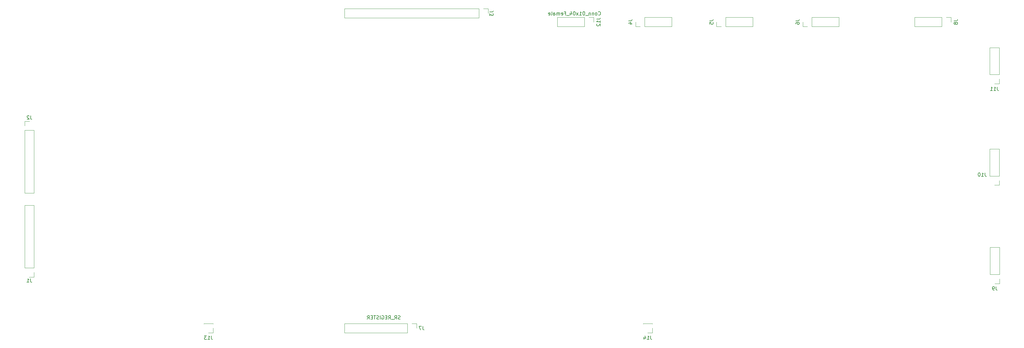
<source format=gbr>
G04 #@! TF.GenerationSoftware,KiCad,Pcbnew,(6.0.4-0)*
G04 #@! TF.CreationDate,2022-10-26T12:13:46+11:00*
G04 #@! TF.ProjectId,front panel 9602,66726f6e-7420-4706-916e-656c20393630,rev?*
G04 #@! TF.SameCoordinates,Original*
G04 #@! TF.FileFunction,Legend,Bot*
G04 #@! TF.FilePolarity,Positive*
%FSLAX46Y46*%
G04 Gerber Fmt 4.6, Leading zero omitted, Abs format (unit mm)*
G04 Created by KiCad (PCBNEW (6.0.4-0)) date 2022-10-26 12:13:46*
%MOMM*%
%LPD*%
G01*
G04 APERTURE LIST*
%ADD10C,0.150000*%
%ADD11C,0.120000*%
G04 APERTURE END LIST*
D10*
X52533333Y-123362380D02*
X52533333Y-124076666D01*
X52580952Y-124219523D01*
X52676190Y-124314761D01*
X52819047Y-124362380D01*
X52914285Y-124362380D01*
X51533333Y-124362380D02*
X52104761Y-124362380D01*
X51819047Y-124362380D02*
X51819047Y-123362380D01*
X51914285Y-123505238D01*
X52009523Y-123600476D01*
X52104761Y-123648095D01*
X52562133Y-77046380D02*
X52562133Y-77760666D01*
X52609752Y-77903523D01*
X52704990Y-77998761D01*
X52847847Y-78046380D01*
X52943085Y-78046380D01*
X52133561Y-77141619D02*
X52085942Y-77094000D01*
X51990704Y-77046380D01*
X51752609Y-77046380D01*
X51657371Y-77094000D01*
X51609752Y-77141619D01*
X51562133Y-77236857D01*
X51562133Y-77332095D01*
X51609752Y-77474952D01*
X52181180Y-78046380D01*
X51562133Y-78046380D01*
X182992380Y-47586666D02*
X183706666Y-47586666D01*
X183849523Y-47539047D01*
X183944761Y-47443809D01*
X183992380Y-47300952D01*
X183992380Y-47205714D01*
X182992380Y-47967619D02*
X182992380Y-48586666D01*
X183373333Y-48253333D01*
X183373333Y-48396190D01*
X183420952Y-48491428D01*
X183468571Y-48539047D01*
X183563809Y-48586666D01*
X183801904Y-48586666D01*
X183897142Y-48539047D01*
X183944761Y-48491428D01*
X183992380Y-48396190D01*
X183992380Y-48110476D01*
X183944761Y-48015238D01*
X183897142Y-47967619D01*
X222462380Y-50066666D02*
X223176666Y-50066666D01*
X223319523Y-50019047D01*
X223414761Y-49923809D01*
X223462380Y-49780952D01*
X223462380Y-49685714D01*
X222795714Y-50971428D02*
X223462380Y-50971428D01*
X222414761Y-50733333D02*
X223129047Y-50495238D01*
X223129047Y-51114285D01*
X245462380Y-50066666D02*
X246176666Y-50066666D01*
X246319523Y-50019047D01*
X246414761Y-49923809D01*
X246462380Y-49780952D01*
X246462380Y-49685714D01*
X245462380Y-51019047D02*
X245462380Y-50542857D01*
X245938571Y-50495238D01*
X245890952Y-50542857D01*
X245843333Y-50638095D01*
X245843333Y-50876190D01*
X245890952Y-50971428D01*
X245938571Y-51019047D01*
X246033809Y-51066666D01*
X246271904Y-51066666D01*
X246367142Y-51019047D01*
X246414761Y-50971428D01*
X246462380Y-50876190D01*
X246462380Y-50638095D01*
X246414761Y-50542857D01*
X246367142Y-50495238D01*
X269962380Y-50066666D02*
X270676666Y-50066666D01*
X270819523Y-50019047D01*
X270914761Y-49923809D01*
X270962380Y-49780952D01*
X270962380Y-49685714D01*
X269962380Y-50971428D02*
X269962380Y-50780952D01*
X270010000Y-50685714D01*
X270057619Y-50638095D01*
X270200476Y-50542857D01*
X270390952Y-50495238D01*
X270771904Y-50495238D01*
X270867142Y-50542857D01*
X270914761Y-50590476D01*
X270962380Y-50685714D01*
X270962380Y-50876190D01*
X270914761Y-50971428D01*
X270867142Y-51019047D01*
X270771904Y-51066666D01*
X270533809Y-51066666D01*
X270438571Y-51019047D01*
X270390952Y-50971428D01*
X270343333Y-50876190D01*
X270343333Y-50685714D01*
X270390952Y-50590476D01*
X270438571Y-50542857D01*
X270533809Y-50495238D01*
X164003333Y-136852380D02*
X164003333Y-137566666D01*
X164050952Y-137709523D01*
X164146190Y-137804761D01*
X164289047Y-137852380D01*
X164384285Y-137852380D01*
X163622380Y-136852380D02*
X162955714Y-136852380D01*
X163384285Y-137852380D01*
X157566666Y-134804761D02*
X157423809Y-134852380D01*
X157185714Y-134852380D01*
X157090476Y-134804761D01*
X157042857Y-134757142D01*
X156995238Y-134661904D01*
X156995238Y-134566666D01*
X157042857Y-134471428D01*
X157090476Y-134423809D01*
X157185714Y-134376190D01*
X157376190Y-134328571D01*
X157471428Y-134280952D01*
X157519047Y-134233333D01*
X157566666Y-134138095D01*
X157566666Y-134042857D01*
X157519047Y-133947619D01*
X157471428Y-133900000D01*
X157376190Y-133852380D01*
X157138095Y-133852380D01*
X156995238Y-133900000D01*
X155995238Y-134852380D02*
X156328571Y-134376190D01*
X156566666Y-134852380D02*
X156566666Y-133852380D01*
X156185714Y-133852380D01*
X156090476Y-133900000D01*
X156042857Y-133947619D01*
X155995238Y-134042857D01*
X155995238Y-134185714D01*
X156042857Y-134280952D01*
X156090476Y-134328571D01*
X156185714Y-134376190D01*
X156566666Y-134376190D01*
X155804761Y-134947619D02*
X155042857Y-134947619D01*
X154233333Y-134852380D02*
X154566666Y-134376190D01*
X154804761Y-134852380D02*
X154804761Y-133852380D01*
X154423809Y-133852380D01*
X154328571Y-133900000D01*
X154280952Y-133947619D01*
X154233333Y-134042857D01*
X154233333Y-134185714D01*
X154280952Y-134280952D01*
X154328571Y-134328571D01*
X154423809Y-134376190D01*
X154804761Y-134376190D01*
X153804761Y-134328571D02*
X153471428Y-134328571D01*
X153328571Y-134852380D02*
X153804761Y-134852380D01*
X153804761Y-133852380D01*
X153328571Y-133852380D01*
X152376190Y-133900000D02*
X152471428Y-133852380D01*
X152614285Y-133852380D01*
X152757142Y-133900000D01*
X152852380Y-133995238D01*
X152900000Y-134090476D01*
X152947619Y-134280952D01*
X152947619Y-134423809D01*
X152900000Y-134614285D01*
X152852380Y-134709523D01*
X152757142Y-134804761D01*
X152614285Y-134852380D01*
X152519047Y-134852380D01*
X152376190Y-134804761D01*
X152328571Y-134757142D01*
X152328571Y-134423809D01*
X152519047Y-134423809D01*
X151900000Y-134852380D02*
X151900000Y-133852380D01*
X151471428Y-134804761D02*
X151328571Y-134852380D01*
X151090476Y-134852380D01*
X150995238Y-134804761D01*
X150947619Y-134757142D01*
X150900000Y-134661904D01*
X150900000Y-134566666D01*
X150947619Y-134471428D01*
X150995238Y-134423809D01*
X151090476Y-134376190D01*
X151280952Y-134328571D01*
X151376190Y-134280952D01*
X151423809Y-134233333D01*
X151471428Y-134138095D01*
X151471428Y-134042857D01*
X151423809Y-133947619D01*
X151376190Y-133900000D01*
X151280952Y-133852380D01*
X151042857Y-133852380D01*
X150900000Y-133900000D01*
X150614285Y-133852380D02*
X150042857Y-133852380D01*
X150328571Y-134852380D02*
X150328571Y-133852380D01*
X149709523Y-134328571D02*
X149376190Y-134328571D01*
X149233333Y-134852380D02*
X149709523Y-134852380D01*
X149709523Y-133852380D01*
X149233333Y-133852380D01*
X148233333Y-134852380D02*
X148566666Y-134376190D01*
X148804761Y-134852380D02*
X148804761Y-133852380D01*
X148423809Y-133852380D01*
X148328571Y-133900000D01*
X148280952Y-133947619D01*
X148233333Y-134042857D01*
X148233333Y-134185714D01*
X148280952Y-134280952D01*
X148328571Y-134328571D01*
X148423809Y-134376190D01*
X148804761Y-134376190D01*
X314922380Y-50066666D02*
X315636666Y-50066666D01*
X315779523Y-50019047D01*
X315874761Y-49923809D01*
X315922380Y-49780952D01*
X315922380Y-49685714D01*
X315350952Y-50685714D02*
X315303333Y-50590476D01*
X315255714Y-50542857D01*
X315160476Y-50495238D01*
X315112857Y-50495238D01*
X315017619Y-50542857D01*
X314970000Y-50590476D01*
X314922380Y-50685714D01*
X314922380Y-50876190D01*
X314970000Y-50971428D01*
X315017619Y-51019047D01*
X315112857Y-51066666D01*
X315160476Y-51066666D01*
X315255714Y-51019047D01*
X315303333Y-50971428D01*
X315350952Y-50876190D01*
X315350952Y-50685714D01*
X315398571Y-50590476D01*
X315446190Y-50542857D01*
X315541428Y-50495238D01*
X315731904Y-50495238D01*
X315827142Y-50542857D01*
X315874761Y-50590476D01*
X315922380Y-50685714D01*
X315922380Y-50876190D01*
X315874761Y-50971428D01*
X315827142Y-51019047D01*
X315731904Y-51066666D01*
X315541428Y-51066666D01*
X315446190Y-51019047D01*
X315398571Y-50971428D01*
X315350952Y-50876190D01*
X326833333Y-125622380D02*
X326833333Y-126336666D01*
X326880952Y-126479523D01*
X326976190Y-126574761D01*
X327119047Y-126622380D01*
X327214285Y-126622380D01*
X326309523Y-126622380D02*
X326119047Y-126622380D01*
X326023809Y-126574761D01*
X325976190Y-126527142D01*
X325880952Y-126384285D01*
X325833333Y-126193809D01*
X325833333Y-125812857D01*
X325880952Y-125717619D01*
X325928571Y-125670000D01*
X326023809Y-125622380D01*
X326214285Y-125622380D01*
X326309523Y-125670000D01*
X326357142Y-125717619D01*
X326404761Y-125812857D01*
X326404761Y-126050952D01*
X326357142Y-126146190D01*
X326309523Y-126193809D01*
X326214285Y-126241428D01*
X326023809Y-126241428D01*
X325928571Y-126193809D01*
X325880952Y-126146190D01*
X325833333Y-126050952D01*
X323709523Y-93252380D02*
X323709523Y-93966666D01*
X323757142Y-94109523D01*
X323852380Y-94204761D01*
X323995238Y-94252380D01*
X324090476Y-94252380D01*
X322709523Y-94252380D02*
X323280952Y-94252380D01*
X322995238Y-94252380D02*
X322995238Y-93252380D01*
X323090476Y-93395238D01*
X323185714Y-93490476D01*
X323280952Y-93538095D01*
X322090476Y-93252380D02*
X321995238Y-93252380D01*
X321900000Y-93300000D01*
X321852380Y-93347619D01*
X321804761Y-93442857D01*
X321757142Y-93633333D01*
X321757142Y-93871428D01*
X321804761Y-94061904D01*
X321852380Y-94157142D01*
X321900000Y-94204761D01*
X321995238Y-94252380D01*
X322090476Y-94252380D01*
X322185714Y-94204761D01*
X322233333Y-94157142D01*
X322280952Y-94061904D01*
X322328571Y-93871428D01*
X322328571Y-93633333D01*
X322280952Y-93442857D01*
X322233333Y-93347619D01*
X322185714Y-93300000D01*
X322090476Y-93252380D01*
X327209523Y-68862380D02*
X327209523Y-69576666D01*
X327257142Y-69719523D01*
X327352380Y-69814761D01*
X327495238Y-69862380D01*
X327590476Y-69862380D01*
X326209523Y-69862380D02*
X326780952Y-69862380D01*
X326495238Y-69862380D02*
X326495238Y-68862380D01*
X326590476Y-69005238D01*
X326685714Y-69100476D01*
X326780952Y-69148095D01*
X325257142Y-69862380D02*
X325828571Y-69862380D01*
X325542857Y-69862380D02*
X325542857Y-68862380D01*
X325638095Y-69005238D01*
X325733333Y-69100476D01*
X325828571Y-69148095D01*
X213422380Y-49590476D02*
X214136666Y-49590476D01*
X214279523Y-49542857D01*
X214374761Y-49447619D01*
X214422380Y-49304761D01*
X214422380Y-49209523D01*
X214422380Y-50590476D02*
X214422380Y-50019047D01*
X214422380Y-50304761D02*
X213422380Y-50304761D01*
X213565238Y-50209523D01*
X213660476Y-50114285D01*
X213708095Y-50019047D01*
X213517619Y-50971428D02*
X213470000Y-51019047D01*
X213422380Y-51114285D01*
X213422380Y-51352380D01*
X213470000Y-51447619D01*
X213517619Y-51495238D01*
X213612857Y-51542857D01*
X213708095Y-51542857D01*
X213850952Y-51495238D01*
X214422380Y-50923809D01*
X214422380Y-51542857D01*
X213885714Y-48357142D02*
X213933333Y-48404761D01*
X214076190Y-48452380D01*
X214171428Y-48452380D01*
X214314285Y-48404761D01*
X214409523Y-48309523D01*
X214457142Y-48214285D01*
X214504761Y-48023809D01*
X214504761Y-47880952D01*
X214457142Y-47690476D01*
X214409523Y-47595238D01*
X214314285Y-47500000D01*
X214171428Y-47452380D01*
X214076190Y-47452380D01*
X213933333Y-47500000D01*
X213885714Y-47547619D01*
X213314285Y-48452380D02*
X213409523Y-48404761D01*
X213457142Y-48357142D01*
X213504761Y-48261904D01*
X213504761Y-47976190D01*
X213457142Y-47880952D01*
X213409523Y-47833333D01*
X213314285Y-47785714D01*
X213171428Y-47785714D01*
X213076190Y-47833333D01*
X213028571Y-47880952D01*
X212980952Y-47976190D01*
X212980952Y-48261904D01*
X213028571Y-48357142D01*
X213076190Y-48404761D01*
X213171428Y-48452380D01*
X213314285Y-48452380D01*
X212552380Y-47785714D02*
X212552380Y-48452380D01*
X212552380Y-47880952D02*
X212504761Y-47833333D01*
X212409523Y-47785714D01*
X212266666Y-47785714D01*
X212171428Y-47833333D01*
X212123809Y-47928571D01*
X212123809Y-48452380D01*
X211647619Y-47785714D02*
X211647619Y-48452380D01*
X211647619Y-47880952D02*
X211600000Y-47833333D01*
X211504761Y-47785714D01*
X211361904Y-47785714D01*
X211266666Y-47833333D01*
X211219047Y-47928571D01*
X211219047Y-48452380D01*
X210980952Y-48547619D02*
X210219047Y-48547619D01*
X209790476Y-47452380D02*
X209695238Y-47452380D01*
X209600000Y-47500000D01*
X209552380Y-47547619D01*
X209504761Y-47642857D01*
X209457142Y-47833333D01*
X209457142Y-48071428D01*
X209504761Y-48261904D01*
X209552380Y-48357142D01*
X209600000Y-48404761D01*
X209695238Y-48452380D01*
X209790476Y-48452380D01*
X209885714Y-48404761D01*
X209933333Y-48357142D01*
X209980952Y-48261904D01*
X210028571Y-48071428D01*
X210028571Y-47833333D01*
X209980952Y-47642857D01*
X209933333Y-47547619D01*
X209885714Y-47500000D01*
X209790476Y-47452380D01*
X208504761Y-48452380D02*
X209076190Y-48452380D01*
X208790476Y-48452380D02*
X208790476Y-47452380D01*
X208885714Y-47595238D01*
X208980952Y-47690476D01*
X209076190Y-47738095D01*
X208171428Y-48452380D02*
X207647619Y-47785714D01*
X208171428Y-47785714D02*
X207647619Y-48452380D01*
X207076190Y-47452380D02*
X206980952Y-47452380D01*
X206885714Y-47500000D01*
X206838095Y-47547619D01*
X206790476Y-47642857D01*
X206742857Y-47833333D01*
X206742857Y-48071428D01*
X206790476Y-48261904D01*
X206838095Y-48357142D01*
X206885714Y-48404761D01*
X206980952Y-48452380D01*
X207076190Y-48452380D01*
X207171428Y-48404761D01*
X207219047Y-48357142D01*
X207266666Y-48261904D01*
X207314285Y-48071428D01*
X207314285Y-47833333D01*
X207266666Y-47642857D01*
X207219047Y-47547619D01*
X207171428Y-47500000D01*
X207076190Y-47452380D01*
X205885714Y-47785714D02*
X205885714Y-48452380D01*
X206123809Y-47404761D02*
X206361904Y-48119047D01*
X205742857Y-48119047D01*
X205600000Y-48547619D02*
X204838095Y-48547619D01*
X204266666Y-47928571D02*
X204600000Y-47928571D01*
X204600000Y-48452380D02*
X204600000Y-47452380D01*
X204123809Y-47452380D01*
X203361904Y-48404761D02*
X203457142Y-48452380D01*
X203647619Y-48452380D01*
X203742857Y-48404761D01*
X203790476Y-48309523D01*
X203790476Y-47928571D01*
X203742857Y-47833333D01*
X203647619Y-47785714D01*
X203457142Y-47785714D01*
X203361904Y-47833333D01*
X203314285Y-47928571D01*
X203314285Y-48023809D01*
X203790476Y-48119047D01*
X202885714Y-48452380D02*
X202885714Y-47785714D01*
X202885714Y-47880952D02*
X202838095Y-47833333D01*
X202742857Y-47785714D01*
X202600000Y-47785714D01*
X202504761Y-47833333D01*
X202457142Y-47928571D01*
X202457142Y-48452380D01*
X202457142Y-47928571D02*
X202409523Y-47833333D01*
X202314285Y-47785714D01*
X202171428Y-47785714D01*
X202076190Y-47833333D01*
X202028571Y-47928571D01*
X202028571Y-48452380D01*
X201123809Y-48452380D02*
X201123809Y-47928571D01*
X201171428Y-47833333D01*
X201266666Y-47785714D01*
X201457142Y-47785714D01*
X201552380Y-47833333D01*
X201123809Y-48404761D02*
X201219047Y-48452380D01*
X201457142Y-48452380D01*
X201552380Y-48404761D01*
X201600000Y-48309523D01*
X201600000Y-48214285D01*
X201552380Y-48119047D01*
X201457142Y-48071428D01*
X201219047Y-48071428D01*
X201123809Y-48023809D01*
X200504761Y-48452380D02*
X200600000Y-48404761D01*
X200647619Y-48309523D01*
X200647619Y-47452380D01*
X199742857Y-48404761D02*
X199838095Y-48452380D01*
X200028571Y-48452380D01*
X200123809Y-48404761D01*
X200171428Y-48309523D01*
X200171428Y-47928571D01*
X200123809Y-47833333D01*
X200028571Y-47785714D01*
X199838095Y-47785714D01*
X199742857Y-47833333D01*
X199695238Y-47928571D01*
X199695238Y-48023809D01*
X200171428Y-48119047D01*
X103909523Y-139622380D02*
X103909523Y-140336666D01*
X103957142Y-140479523D01*
X104052380Y-140574761D01*
X104195238Y-140622380D01*
X104290476Y-140622380D01*
X102909523Y-140622380D02*
X103480952Y-140622380D01*
X103195238Y-140622380D02*
X103195238Y-139622380D01*
X103290476Y-139765238D01*
X103385714Y-139860476D01*
X103480952Y-139908095D01*
X102576190Y-139622380D02*
X101957142Y-139622380D01*
X102290476Y-140003333D01*
X102147619Y-140003333D01*
X102052380Y-140050952D01*
X102004761Y-140098571D01*
X101957142Y-140193809D01*
X101957142Y-140431904D01*
X102004761Y-140527142D01*
X102052380Y-140574761D01*
X102147619Y-140622380D01*
X102433333Y-140622380D01*
X102528571Y-140574761D01*
X102576190Y-140527142D01*
X228709523Y-139622380D02*
X228709523Y-140336666D01*
X228757142Y-140479523D01*
X228852380Y-140574761D01*
X228995238Y-140622380D01*
X229090476Y-140622380D01*
X227709523Y-140622380D02*
X228280952Y-140622380D01*
X227995238Y-140622380D02*
X227995238Y-139622380D01*
X228090476Y-139765238D01*
X228185714Y-139860476D01*
X228280952Y-139908095D01*
X226852380Y-139955714D02*
X226852380Y-140622380D01*
X227090476Y-139574761D02*
X227328571Y-140289047D01*
X226709523Y-140289047D01*
D11*
X52200000Y-122910000D02*
X53530000Y-122910000D01*
X50870000Y-120310000D02*
X53530000Y-120310000D01*
X53530000Y-120310000D02*
X53530000Y-102470000D01*
X50870000Y-102470000D02*
X53530000Y-102470000D01*
X50870000Y-120310000D02*
X50870000Y-102470000D01*
X53530000Y-122910000D02*
X53530000Y-121580000D01*
X53558800Y-81194000D02*
X53558800Y-99034000D01*
X50898800Y-78594000D02*
X50898800Y-79924000D01*
X53558800Y-81194000D02*
X50898800Y-81194000D01*
X52228800Y-78594000D02*
X50898800Y-78594000D01*
X53558800Y-99034000D02*
X50898800Y-99034000D01*
X50898800Y-81194000D02*
X50898800Y-99034000D01*
X141780000Y-49250000D02*
X141780000Y-46590000D01*
X179940000Y-46590000D02*
X141780000Y-46590000D01*
X179940000Y-49250000D02*
X141780000Y-49250000D01*
X182540000Y-47920000D02*
X182540000Y-46590000D01*
X182540000Y-46590000D02*
X181210000Y-46590000D01*
X179940000Y-49250000D02*
X179940000Y-46590000D01*
X234730000Y-49070000D02*
X234730000Y-51730000D01*
X224450000Y-50400000D02*
X224450000Y-51730000D01*
X227050000Y-49070000D02*
X234730000Y-49070000D01*
X227050000Y-51730000D02*
X234730000Y-51730000D01*
X224450000Y-51730000D02*
X225780000Y-51730000D01*
X227050000Y-49070000D02*
X227050000Y-51730000D01*
X257730000Y-49070000D02*
X257730000Y-51730000D01*
X250050000Y-49070000D02*
X250050000Y-51730000D01*
X250050000Y-49070000D02*
X257730000Y-49070000D01*
X250050000Y-51730000D02*
X257730000Y-51730000D01*
X247450000Y-51730000D02*
X248780000Y-51730000D01*
X247450000Y-50400000D02*
X247450000Y-51730000D01*
X274550000Y-49070000D02*
X274550000Y-51730000D01*
X274550000Y-51730000D02*
X282230000Y-51730000D01*
X271950000Y-50400000D02*
X271950000Y-51730000D01*
X282230000Y-49070000D02*
X282230000Y-51730000D01*
X271950000Y-51730000D02*
X273280000Y-51730000D01*
X274550000Y-49070000D02*
X282230000Y-49070000D01*
X162230000Y-137400000D02*
X162230000Y-136070000D01*
X159630000Y-136070000D02*
X141790000Y-136070000D01*
X159630000Y-138730000D02*
X141790000Y-138730000D01*
X159630000Y-138730000D02*
X159630000Y-136070000D01*
X162230000Y-136070000D02*
X160900000Y-136070000D01*
X141790000Y-138730000D02*
X141790000Y-136070000D01*
X311430000Y-51730000D02*
X311430000Y-49070000D01*
X314030000Y-50400000D02*
X314030000Y-49070000D01*
X311430000Y-51730000D02*
X303750000Y-51730000D01*
X314030000Y-49070000D02*
X312700000Y-49070000D01*
X311430000Y-49070000D02*
X303750000Y-49070000D01*
X303750000Y-51730000D02*
X303750000Y-49070000D01*
X325170000Y-114450000D02*
X327830000Y-114450000D01*
X327830000Y-124730000D02*
X327830000Y-123400000D01*
X325170000Y-122130000D02*
X327830000Y-122130000D01*
X327830000Y-122130000D02*
X327830000Y-114450000D01*
X325170000Y-122130000D02*
X325170000Y-114450000D01*
X326500000Y-124730000D02*
X327830000Y-124730000D01*
X325070000Y-94170000D02*
X327730000Y-94170000D01*
X326400000Y-96770000D02*
X327730000Y-96770000D01*
X325070000Y-86490000D02*
X327730000Y-86490000D01*
X327730000Y-94170000D02*
X327730000Y-86490000D01*
X325070000Y-94170000D02*
X325070000Y-86490000D01*
X327730000Y-96770000D02*
X327730000Y-95440000D01*
X327730000Y-65370000D02*
X327730000Y-57690000D01*
X325070000Y-65370000D02*
X325070000Y-57690000D01*
X326400000Y-67970000D02*
X327730000Y-67970000D01*
X325070000Y-57690000D02*
X327730000Y-57690000D01*
X327730000Y-67970000D02*
X327730000Y-66640000D01*
X325070000Y-65370000D02*
X327730000Y-65370000D01*
X212530000Y-50400000D02*
X212530000Y-49070000D01*
X202250000Y-51730000D02*
X202250000Y-49070000D01*
X209930000Y-49070000D02*
X202250000Y-49070000D01*
X212530000Y-49070000D02*
X211200000Y-49070000D01*
X209930000Y-51730000D02*
X202250000Y-51730000D01*
X209930000Y-51730000D02*
X209930000Y-49070000D01*
X101770000Y-136190000D02*
X101770000Y-136070000D01*
X104430000Y-138730000D02*
X104430000Y-137400000D01*
X104430000Y-136190000D02*
X104430000Y-136070000D01*
X103100000Y-138730000D02*
X104430000Y-138730000D01*
X101770000Y-136070000D02*
X104430000Y-136070000D01*
X227900000Y-138730000D02*
X229230000Y-138730000D01*
X229230000Y-136190000D02*
X229230000Y-136070000D01*
X229230000Y-138730000D02*
X229230000Y-137400000D01*
X226570000Y-136190000D02*
X226570000Y-136070000D01*
X226570000Y-136070000D02*
X229230000Y-136070000D01*
M02*

</source>
